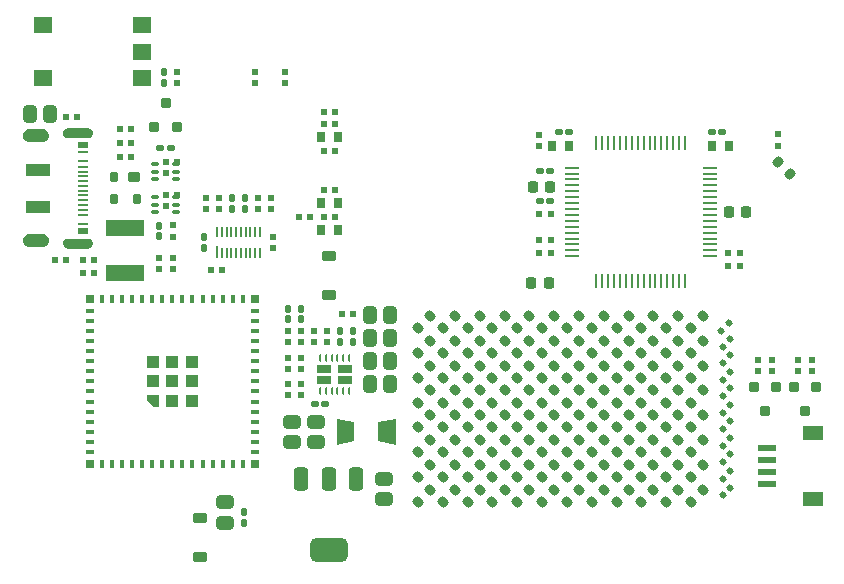
<source format=gtp>
G04*
G04 #@! TF.GenerationSoftware,Altium Limited,Altium Designer,23.8.1 (32)*
G04*
G04 Layer_Color=8421504*
%FSLAX44Y44*%
%MOMM*%
G71*
G04*
G04 #@! TF.SameCoordinates,6629C207-265C-49F2-9D33-E76E02802E5F*
G04*
G04*
G04 #@! TF.FilePolarity,Positive*
G04*
G01*
G75*
%ADD10R,1.2700X0.6350*%
%ADD11R,0.2000X1.0500*%
%ADD12R,0.2000X0.9500*%
G04:AMPARAMS|DCode=13|XSize=0.3mm|YSize=0.66mm|CornerRadius=0.075mm|HoleSize=0mm|Usage=FLASHONLY|Rotation=270.000|XOffset=0mm|YOffset=0mm|HoleType=Round|Shape=RoundedRectangle|*
%AMROUNDEDRECTD13*
21,1,0.3000,0.5100,0,0,270.0*
21,1,0.1500,0.6600,0,0,270.0*
1,1,0.1500,-0.2550,-0.0750*
1,1,0.1500,-0.2550,0.0750*
1,1,0.1500,0.2550,0.0750*
1,1,0.1500,0.2550,-0.0750*
%
%ADD13ROUNDEDRECTD13*%
G04:AMPARAMS|DCode=14|XSize=1.6mm|YSize=1.4001mm|CornerRadius=0.105mm|HoleSize=0mm|Usage=FLASHONLY|Rotation=180.000|XOffset=0mm|YOffset=0mm|HoleType=Round|Shape=RoundedRectangle|*
%AMROUNDEDRECTD14*
21,1,1.6000,1.1900,0,0,180.0*
21,1,1.3899,1.4001,0,0,180.0*
1,1,0.2100,-0.6950,0.5950*
1,1,0.2100,0.6950,0.5950*
1,1,0.2100,0.6950,-0.5950*
1,1,0.2100,-0.6950,-0.5950*
%
%ADD14ROUNDEDRECTD14*%
G04:AMPARAMS|DCode=15|XSize=0.8mm|YSize=0.9mm|CornerRadius=0.1mm|HoleSize=0mm|Usage=FLASHONLY|Rotation=180.000|XOffset=0mm|YOffset=0mm|HoleType=Round|Shape=RoundedRectangle|*
%AMROUNDEDRECTD15*
21,1,0.8000,0.7000,0,0,180.0*
21,1,0.6000,0.9000,0,0,180.0*
1,1,0.2000,-0.3000,0.3500*
1,1,0.2000,0.3000,0.3500*
1,1,0.2000,0.3000,-0.3500*
1,1,0.2000,-0.3000,-0.3500*
%
%ADD15ROUNDEDRECTD15*%
G04:AMPARAMS|DCode=16|XSize=3.2mm|YSize=2mm|CornerRadius=0.5mm|HoleSize=0mm|Usage=FLASHONLY|Rotation=0.000|XOffset=0mm|YOffset=0mm|HoleType=Round|Shape=RoundedRectangle|*
%AMROUNDEDRECTD16*
21,1,3.2000,1.0000,0,0,0.0*
21,1,2.2000,2.0000,0,0,0.0*
1,1,1.0000,1.1000,-0.5000*
1,1,1.0000,-1.1000,-0.5000*
1,1,1.0000,-1.1000,0.5000*
1,1,1.0000,1.1000,0.5000*
%
%ADD16ROUNDEDRECTD16*%
G04:AMPARAMS|DCode=17|XSize=1.2mm|YSize=2mm|CornerRadius=0.3mm|HoleSize=0mm|Usage=FLASHONLY|Rotation=0.000|XOffset=0mm|YOffset=0mm|HoleType=Round|Shape=RoundedRectangle|*
%AMROUNDEDRECTD17*
21,1,1.2000,1.4000,0,0,0.0*
21,1,0.6000,2.0000,0,0,0.0*
1,1,0.6000,0.3000,-0.7000*
1,1,0.6000,-0.3000,-0.7000*
1,1,0.6000,-0.3000,0.7000*
1,1,0.6000,0.3000,0.7000*
%
%ADD17ROUNDEDRECTD17*%
G04:AMPARAMS|DCode=18|XSize=0.91mm|YSize=0.61mm|CornerRadius=0.1495mm|HoleSize=0mm|Usage=FLASHONLY|Rotation=270.000|XOffset=0mm|YOffset=0mm|HoleType=Round|Shape=RoundedRectangle|*
%AMROUNDEDRECTD18*
21,1,0.9100,0.3111,0,0,270.0*
21,1,0.6111,0.6100,0,0,270.0*
1,1,0.2989,-0.1556,-0.3056*
1,1,0.2989,-0.1556,0.3056*
1,1,0.2989,0.1556,0.3056*
1,1,0.2989,0.1556,-0.3056*
%
%ADD18ROUNDEDRECTD18*%
G04:AMPARAMS|DCode=19|XSize=0.91mm|YSize=1.01mm|CornerRadius=0.1502mm|HoleSize=0mm|Usage=FLASHONLY|Rotation=90.000|XOffset=0mm|YOffset=0mm|HoleType=Round|Shape=RoundedRectangle|*
%AMROUNDEDRECTD19*
21,1,0.9100,0.7097,0,0,90.0*
21,1,0.6097,1.0100,0,0,90.0*
1,1,0.3003,0.3549,0.3049*
1,1,0.3003,0.3549,-0.3049*
1,1,0.3003,-0.3549,-0.3049*
1,1,0.3003,-0.3549,0.3049*
%
%ADD19ROUNDEDRECTD19*%
G04:AMPARAMS|DCode=20|XSize=0.91mm|YSize=1.22mm|CornerRadius=0.2275mm|HoleSize=0mm|Usage=FLASHONLY|Rotation=270.000|XOffset=0mm|YOffset=0mm|HoleType=Round|Shape=RoundedRectangle|*
%AMROUNDEDRECTD20*
21,1,0.9100,0.7650,0,0,270.0*
21,1,0.4550,1.2200,0,0,270.0*
1,1,0.4550,-0.3825,-0.2275*
1,1,0.4550,-0.3825,0.2275*
1,1,0.4550,0.3825,0.2275*
1,1,0.4550,0.3825,-0.2275*
%
%ADD20ROUNDEDRECTD20*%
%ADD21R,1.8000X1.2000*%
%ADD22R,1.5500X0.6000*%
G04:AMPARAMS|DCode=23|XSize=0.55mm|YSize=0.58mm|CornerRadius=0.1403mm|HoleSize=0mm|Usage=FLASHONLY|Rotation=0.000|XOffset=0mm|YOffset=0mm|HoleType=Round|Shape=RoundedRectangle|*
%AMROUNDEDRECTD23*
21,1,0.5500,0.2995,0,0,0.0*
21,1,0.2695,0.5800,0,0,0.0*
1,1,0.2805,0.1348,-0.1498*
1,1,0.2805,-0.1348,-0.1498*
1,1,0.2805,-0.1348,0.1498*
1,1,0.2805,0.1348,0.1498*
%
%ADD23ROUNDEDRECTD23*%
G04:AMPARAMS|DCode=24|XSize=0.23mm|YSize=0.6mm|CornerRadius=0.0575mm|HoleSize=0mm|Usage=FLASHONLY|Rotation=180.000|XOffset=0mm|YOffset=0mm|HoleType=Round|Shape=RoundedRectangle|*
%AMROUNDEDRECTD24*
21,1,0.2300,0.4850,0,0,180.0*
21,1,0.1150,0.6000,0,0,180.0*
1,1,0.1150,-0.0575,0.2425*
1,1,0.1150,0.0575,0.2425*
1,1,0.1150,0.0575,-0.2425*
1,1,0.1150,-0.0575,-0.2425*
%
%ADD24ROUNDEDRECTD24*%
G04:AMPARAMS|DCode=25|XSize=0.72mm|YSize=0.87mm|CornerRadius=0.18mm|HoleSize=0mm|Usage=FLASHONLY|Rotation=45.000|XOffset=0mm|YOffset=0mm|HoleType=Round|Shape=RoundedRectangle|*
%AMROUNDEDRECTD25*
21,1,0.7200,0.5100,0,0,45.0*
21,1,0.3600,0.8700,0,0,45.0*
1,1,0.3600,0.3076,-0.0530*
1,1,0.3600,0.0530,-0.3076*
1,1,0.3600,-0.3076,0.0530*
1,1,0.3600,-0.0530,0.3076*
%
%ADD25ROUNDEDRECTD25*%
G04:AMPARAMS|DCode=26|XSize=0.75mm|YSize=0.87mm|CornerRadius=0.1913mm|HoleSize=0mm|Usage=FLASHONLY|Rotation=180.000|XOffset=0mm|YOffset=0mm|HoleType=Round|Shape=RoundedRectangle|*
%AMROUNDEDRECTD26*
21,1,0.7500,0.4875,0,0,180.0*
21,1,0.3675,0.8700,0,0,180.0*
1,1,0.3825,-0.1838,0.2438*
1,1,0.3825,0.1838,0.2438*
1,1,0.3825,0.1838,-0.2438*
1,1,0.3825,-0.1838,-0.2438*
%
%ADD26ROUNDEDRECTD26*%
%ADD27R,1.0040X1.0040*%
%ADD28R,0.6693X0.6693*%
%ADD29R,0.7586X0.3586*%
%ADD30R,0.3586X0.7586*%
%ADD31R,0.8500X0.2000*%
%ADD32R,0.8500X0.5700*%
%ADD33R,0.8500X0.2500*%
%ADD34R,2.0000X1.1100*%
G04:AMPARAMS|DCode=35|XSize=0.25mm|YSize=1.25mm|CornerRadius=0.0625mm|HoleSize=0mm|Usage=FLASHONLY|Rotation=0.000|XOffset=0mm|YOffset=0mm|HoleType=Round|Shape=RoundedRectangle|*
%AMROUNDEDRECTD35*
21,1,0.2500,1.1250,0,0,0.0*
21,1,0.1250,1.2500,0,0,0.0*
1,1,0.1250,0.0625,-0.5625*
1,1,0.1250,-0.0625,-0.5625*
1,1,0.1250,-0.0625,0.5625*
1,1,0.1250,0.0625,0.5625*
%
%ADD35ROUNDEDRECTD35*%
G04:AMPARAMS|DCode=36|XSize=0.25mm|YSize=1.25mm|CornerRadius=0.0625mm|HoleSize=0mm|Usage=FLASHONLY|Rotation=90.000|XOffset=0mm|YOffset=0mm|HoleType=Round|Shape=RoundedRectangle|*
%AMROUNDEDRECTD36*
21,1,0.2500,1.1250,0,0,90.0*
21,1,0.1250,1.2500,0,0,90.0*
1,1,0.1250,0.5625,0.0625*
1,1,0.1250,0.5625,-0.0625*
1,1,0.1250,-0.5625,-0.0625*
1,1,0.1250,-0.5625,0.0625*
%
%ADD36ROUNDEDRECTD36*%
G04:AMPARAMS|DCode=37|XSize=1.11mm|YSize=1.47mm|CornerRadius=0.2498mm|HoleSize=0mm|Usage=FLASHONLY|Rotation=90.000|XOffset=0mm|YOffset=0mm|HoleType=Round|Shape=RoundedRectangle|*
%AMROUNDEDRECTD37*
21,1,1.1100,0.9705,0,0,90.0*
21,1,0.6105,1.4700,0,0,90.0*
1,1,0.4995,0.4853,0.3053*
1,1,0.4995,0.4853,-0.3053*
1,1,0.4995,-0.4853,-0.3053*
1,1,0.4995,-0.4853,0.3053*
%
%ADD37ROUNDEDRECTD37*%
G04:AMPARAMS|DCode=38|XSize=0.87mm|YSize=0.97mm|CornerRadius=0.2218mm|HoleSize=0mm|Usage=FLASHONLY|Rotation=180.000|XOffset=0mm|YOffset=0mm|HoleType=Round|Shape=RoundedRectangle|*
%AMROUNDEDRECTD38*
21,1,0.8700,0.5263,0,0,180.0*
21,1,0.4263,0.9700,0,0,180.0*
1,1,0.4437,-0.2132,0.2632*
1,1,0.4437,0.2132,0.2632*
1,1,0.4437,0.2132,-0.2632*
1,1,0.4437,-0.2132,-0.2632*
%
%ADD38ROUNDEDRECTD38*%
G04:AMPARAMS|DCode=39|XSize=0.63mm|YSize=0.58mm|CornerRadius=0.1508mm|HoleSize=0mm|Usage=FLASHONLY|Rotation=0.000|XOffset=0mm|YOffset=0mm|HoleType=Round|Shape=RoundedRectangle|*
%AMROUNDEDRECTD39*
21,1,0.6300,0.2784,0,0,0.0*
21,1,0.3284,0.5800,0,0,0.0*
1,1,0.3016,0.1642,-0.1392*
1,1,0.3016,-0.1642,-0.1392*
1,1,0.3016,-0.1642,0.1392*
1,1,0.3016,0.1642,0.1392*
%
%ADD39ROUNDEDRECTD39*%
%ADD40R,3.3000X1.4000*%
G04:AMPARAMS|DCode=41|XSize=0.63mm|YSize=0.58mm|CornerRadius=0.1508mm|HoleSize=0mm|Usage=FLASHONLY|Rotation=90.000|XOffset=0mm|YOffset=0mm|HoleType=Round|Shape=RoundedRectangle|*
%AMROUNDEDRECTD41*
21,1,0.6300,0.2784,0,0,90.0*
21,1,0.3284,0.5800,0,0,90.0*
1,1,0.3016,0.1392,0.1642*
1,1,0.3016,0.1392,-0.1642*
1,1,0.3016,-0.1392,-0.1642*
1,1,0.3016,-0.1392,0.1642*
%
%ADD41ROUNDEDRECTD41*%
G04:AMPARAMS|DCode=42|XSize=0.55mm|YSize=0.58mm|CornerRadius=0.1403mm|HoleSize=0mm|Usage=FLASHONLY|Rotation=270.000|XOffset=0mm|YOffset=0mm|HoleType=Round|Shape=RoundedRectangle|*
%AMROUNDEDRECTD42*
21,1,0.5500,0.2995,0,0,270.0*
21,1,0.2695,0.5800,0,0,270.0*
1,1,0.2805,-0.1498,-0.1348*
1,1,0.2805,-0.1498,0.1348*
1,1,0.2805,0.1498,0.1348*
1,1,0.2805,0.1498,-0.1348*
%
%ADD42ROUNDEDRECTD42*%
G04:AMPARAMS|DCode=43|XSize=0.72mm|YSize=0.87mm|CornerRadius=0.18mm|HoleSize=0mm|Usage=FLASHONLY|Rotation=0.000|XOffset=0mm|YOffset=0mm|HoleType=Round|Shape=RoundedRectangle|*
%AMROUNDEDRECTD43*
21,1,0.7200,0.5100,0,0,0.0*
21,1,0.3600,0.8700,0,0,0.0*
1,1,0.3600,0.1800,-0.2550*
1,1,0.3600,-0.1800,-0.2550*
1,1,0.3600,-0.1800,0.2550*
1,1,0.3600,0.1800,0.2550*
%
%ADD43ROUNDEDRECTD43*%
G04:AMPARAMS|DCode=44|XSize=1.11mm|YSize=1.47mm|CornerRadius=0.2498mm|HoleSize=0mm|Usage=FLASHONLY|Rotation=0.000|XOffset=0mm|YOffset=0mm|HoleType=Round|Shape=RoundedRectangle|*
%AMROUNDEDRECTD44*
21,1,1.1100,0.9705,0,0,0.0*
21,1,0.6105,1.4700,0,0,0.0*
1,1,0.4995,0.3053,-0.4853*
1,1,0.4995,-0.3053,-0.4853*
1,1,0.4995,-0.3053,0.4853*
1,1,0.4995,0.3053,0.4853*
%
%ADD44ROUNDEDRECTD44*%
G04:AMPARAMS|DCode=45|XSize=0.72mm|YSize=0.87mm|CornerRadius=0.18mm|HoleSize=0mm|Usage=FLASHONLY|Rotation=315.000|XOffset=0mm|YOffset=0mm|HoleType=Round|Shape=RoundedRectangle|*
%AMROUNDEDRECTD45*
21,1,0.7200,0.5100,0,0,315.0*
21,1,0.3600,0.8700,0,0,315.0*
1,1,0.3600,-0.0530,-0.3076*
1,1,0.3600,-0.3076,-0.0530*
1,1,0.3600,0.0530,0.3076*
1,1,0.3600,0.3076,0.0530*
%
%ADD45ROUNDEDRECTD45*%
G04:AMPARAMS|DCode=46|XSize=0.55mm|YSize=0.58mm|CornerRadius=0.1403mm|HoleSize=0mm|Usage=FLASHONLY|Rotation=45.000|XOffset=0mm|YOffset=0mm|HoleType=Round|Shape=RoundedRectangle|*
%AMROUNDEDRECTD46*
21,1,0.5500,0.2995,0,0,45.0*
21,1,0.2695,0.5800,0,0,45.0*
1,1,0.2805,0.2012,-0.0106*
1,1,0.2805,0.0106,-0.2012*
1,1,0.2805,-0.2012,0.0106*
1,1,0.2805,-0.0106,0.2012*
%
%ADD46ROUNDEDRECTD46*%
G36*
X110490Y490220D02*
X101600D01*
Y497840D01*
X110490D01*
Y490220D01*
D02*
G37*
G36*
X61332Y429099D02*
X62739Y427692D01*
X63500Y425855D01*
Y424860D01*
X63500D01*
X63500Y424355D01*
X63276Y423370D01*
X62839Y422459D01*
X62212Y421668D01*
X61818Y421352D01*
X40182D01*
X39788Y421668D01*
X39161Y422459D01*
X38724Y423370D01*
X38500Y424355D01*
X38500Y424860D01*
Y425855D01*
X39261Y427692D01*
X40668Y429099D01*
X42506Y429860D01*
X59495D01*
X61332Y429099D01*
D02*
G37*
G36*
X24116Y427523D02*
X25663Y425976D01*
X26500Y423954D01*
Y422860D01*
Y421766D01*
X25663Y419745D01*
X24116Y418197D01*
X22094Y417360D01*
X8906D01*
X6885Y418197D01*
X5337Y419745D01*
X4500Y421766D01*
Y422860D01*
Y423954D01*
X5337Y425976D01*
X6885Y427523D01*
X8906Y428360D01*
X22094D01*
X24116Y427523D01*
D02*
G37*
G36*
Y339123D02*
X25663Y337576D01*
X26500Y335554D01*
Y334460D01*
Y333366D01*
X25663Y331345D01*
X24116Y329798D01*
X22094Y328960D01*
X8906D01*
X6885Y329798D01*
X5337Y331345D01*
X4500Y333366D01*
Y334460D01*
Y335554D01*
X5337Y337576D01*
X6885Y339123D01*
X8906Y339960D01*
X22094D01*
X24116Y339123D01*
D02*
G37*
G36*
X61818Y335969D02*
X62212Y335652D01*
X62839Y334861D01*
X63276Y333950D01*
X63500Y332965D01*
X63500Y332460D01*
X63500Y332460D01*
Y331466D01*
X62739Y329628D01*
X61332Y328221D01*
X59495Y327460D01*
X42506D01*
X40668Y328221D01*
X39261Y329628D01*
X38500Y331466D01*
Y332460D01*
X38500Y332965D01*
X38724Y333950D01*
X39161Y334861D01*
X39788Y335652D01*
X40182Y335969D01*
X40182Y335969D01*
X61818Y335969D01*
D02*
G37*
G36*
X119463Y193537D02*
X114929D01*
X109537Y198929D01*
Y203463D01*
X119463D01*
Y193537D01*
D02*
G37*
G36*
X320083Y161482D02*
X305083Y164482D01*
Y180482D01*
X320083Y183482D01*
Y161482D01*
D02*
G37*
G36*
X285084Y180482D02*
Y164482D01*
X270083Y161482D01*
Y183482D01*
X285084Y180482D01*
D02*
G37*
D10*
X259354Y216562D02*
D03*
X259362Y225454D02*
D03*
X277142Y225447D02*
D03*
X276855Y216588D02*
D03*
D11*
X168964Y324262D02*
D03*
D12*
X172960Y323761D02*
D03*
X176956Y323757D02*
D03*
X180961Y323760D02*
D03*
X184957Y323764D02*
D03*
X188957Y323756D02*
D03*
X192959Y323762D02*
D03*
X196956Y323757D02*
D03*
X200956Y323757D02*
D03*
X204960Y323761D02*
D03*
X168965Y341757D02*
D03*
X172960Y341761D02*
D03*
X176960Y341752D02*
D03*
X180961Y341759D02*
D03*
X184957Y341756D02*
D03*
X188961Y341760D02*
D03*
X192960Y341760D02*
D03*
X196956Y341757D02*
D03*
X200960Y341752D02*
D03*
X204955Y341757D02*
D03*
D13*
X134450Y358160D02*
D03*
Y364660D02*
D03*
Y371160D02*
D03*
X116050Y358160D02*
D03*
Y364660D02*
D03*
Y371160D02*
D03*
X134450Y386160D02*
D03*
Y392660D02*
D03*
Y399160D02*
D03*
X116050Y386160D02*
D03*
X116050Y392660D02*
D03*
X116050Y399160D02*
D03*
D14*
X105499Y471531D02*
D03*
X21501D02*
D03*
X105499Y516529D02*
D03*
X21501D02*
D03*
X105499Y494030D02*
D03*
D15*
X666698Y190344D02*
D03*
X657199Y210346D02*
D03*
X676198D02*
D03*
X125250Y450661D02*
D03*
X115751Y430659D02*
D03*
X134750D02*
D03*
X642198Y210346D02*
D03*
X623199D02*
D03*
X632698Y190344D02*
D03*
D16*
X263250Y72060D02*
D03*
D17*
X240250Y132060D02*
D03*
X263250D02*
D03*
X286250D02*
D03*
D18*
X100750Y369110D02*
D03*
X81750D02*
D03*
Y388210D02*
D03*
D19*
X98750Y388210D02*
D03*
D20*
X153950Y99410D02*
D03*
Y66710D02*
D03*
X263960Y288410D02*
D03*
Y321110D02*
D03*
D21*
X673570Y171460D02*
D03*
Y115460D02*
D03*
D22*
X634820Y148460D02*
D03*
Y138460D02*
D03*
Y128460D02*
D03*
X634820Y158460D02*
D03*
D23*
X268750Y443000D02*
D03*
X259250D02*
D03*
X40748Y438530D02*
D03*
X50248D02*
D03*
X268910Y377190D02*
D03*
X259410D02*
D03*
X268910Y433070D02*
D03*
X259410D02*
D03*
X451210Y323760D02*
D03*
X441710D02*
D03*
X451210Y334760D02*
D03*
X441710D02*
D03*
X86500Y404660D02*
D03*
X96000D02*
D03*
X86500Y416599D02*
D03*
X96000D02*
D03*
X601710Y323760D02*
D03*
X611210D02*
D03*
X601710Y312760D02*
D03*
X611210D02*
D03*
X274750Y272350D02*
D03*
X284250D02*
D03*
X268910Y354330D02*
D03*
X259410D02*
D03*
X441710Y356760D02*
D03*
X451210D02*
D03*
X55500Y306660D02*
D03*
X65000D02*
D03*
X96000Y428599D02*
D03*
X86500D02*
D03*
X125250Y400660D02*
D03*
X134750D02*
D03*
X125250Y372660D02*
D03*
X134750D02*
D03*
X65000Y317660D02*
D03*
X55500D02*
D03*
X41000D02*
D03*
X31500D02*
D03*
X163500Y309660D02*
D03*
X173000D02*
D03*
X238150Y354330D02*
D03*
X247650D02*
D03*
X259410Y410210D02*
D03*
X268910D02*
D03*
D24*
X260750Y207000D02*
D03*
X255750Y235000D02*
D03*
X260750Y235000D02*
D03*
X265750D02*
D03*
X270750Y207000D02*
D03*
X265750D02*
D03*
X275750Y207000D02*
D03*
X255750Y207000D02*
D03*
X280750D02*
D03*
Y235000D02*
D03*
X275750Y235000D02*
D03*
X270750Y235000D02*
D03*
D25*
X580250Y123432D02*
D03*
X569997Y113179D02*
D03*
X338997Y260179D02*
D03*
X349250Y270432D02*
D03*
X359997Y260179D02*
D03*
X370250Y270432D02*
D03*
X380997Y260179D02*
D03*
X391250Y270432D02*
D03*
X422997Y260179D02*
D03*
X433250Y270432D02*
D03*
X401997Y260179D02*
D03*
X412250Y270432D02*
D03*
X443997Y260179D02*
D03*
X454250Y270432D02*
D03*
X464997Y260179D02*
D03*
X475250Y270432D02*
D03*
X506997Y260179D02*
D03*
X517250Y270432D02*
D03*
X548997Y260179D02*
D03*
X559250Y270432D02*
D03*
X485997Y260179D02*
D03*
X496250Y270432D02*
D03*
X527997Y260179D02*
D03*
X538250Y270432D02*
D03*
X569997Y260179D02*
D03*
X580250Y270432D02*
D03*
X338997Y239179D02*
D03*
X349250Y249432D02*
D03*
X380997Y239179D02*
D03*
X391250Y249432D02*
D03*
X422997Y239179D02*
D03*
X433250Y249432D02*
D03*
X464997Y239179D02*
D03*
X475250Y249432D02*
D03*
X359997Y239179D02*
D03*
X370250Y249432D02*
D03*
X401997Y239179D02*
D03*
X412250Y249432D02*
D03*
X443997Y239179D02*
D03*
X454250Y249432D02*
D03*
X485997Y239179D02*
D03*
X496250Y249432D02*
D03*
X506997Y239179D02*
D03*
X517250Y249432D02*
D03*
X548997Y239179D02*
D03*
X559250Y249432D02*
D03*
X338997Y218179D02*
D03*
X349250Y228432D02*
D03*
X380997Y218179D02*
D03*
X391250Y228432D02*
D03*
X422997Y218179D02*
D03*
X433250Y228432D02*
D03*
X527997Y239179D02*
D03*
X538250Y249432D02*
D03*
X569997Y239179D02*
D03*
X580250Y249432D02*
D03*
X359997Y218179D02*
D03*
X370250Y228432D02*
D03*
X401997Y218179D02*
D03*
X412250Y228432D02*
D03*
X443997Y218179D02*
D03*
X454250Y228432D02*
D03*
X464997Y218179D02*
D03*
X475250Y228432D02*
D03*
X506997Y218179D02*
D03*
X517250Y228432D02*
D03*
X548997Y218179D02*
D03*
X559250Y228432D02*
D03*
X338997Y197178D02*
D03*
X349250Y207432D02*
D03*
X380997Y197178D02*
D03*
X391250Y207432D02*
D03*
X422997Y197178D02*
D03*
X433250Y207432D02*
D03*
X485997Y218179D02*
D03*
X496250Y228432D02*
D03*
X527997Y218179D02*
D03*
X538250Y228432D02*
D03*
X569997Y218179D02*
D03*
X580250Y228432D02*
D03*
X359997Y197178D02*
D03*
X370250Y207432D02*
D03*
X401997Y197178D02*
D03*
X412250Y207432D02*
D03*
X464997Y197178D02*
D03*
X475250Y207432D02*
D03*
X506997Y197178D02*
D03*
X517250Y207432D02*
D03*
X548997Y197178D02*
D03*
X559250Y207432D02*
D03*
X338997Y176178D02*
D03*
X349250Y186432D02*
D03*
X380997Y176178D02*
D03*
X391250Y186432D02*
D03*
X422997Y176178D02*
D03*
X433250Y186432D02*
D03*
X464997Y176178D02*
D03*
X475250Y186432D02*
D03*
X485997Y197178D02*
D03*
X496250Y207432D02*
D03*
X527997Y197178D02*
D03*
X538250Y207432D02*
D03*
X569997Y197178D02*
D03*
X580250Y207432D02*
D03*
X359997Y176178D02*
D03*
X370250Y186432D02*
D03*
X401997Y176178D02*
D03*
X412250Y186432D02*
D03*
X443997Y176178D02*
D03*
X454250Y186432D02*
D03*
X443997Y197178D02*
D03*
X454250Y207432D02*
D03*
X496250Y186432D02*
D03*
X485997Y176178D02*
D03*
X517250Y186432D02*
D03*
X506997Y176178D02*
D03*
X538250Y186432D02*
D03*
X527997Y176178D02*
D03*
X559250Y186432D02*
D03*
X548997Y176178D02*
D03*
X580250Y186432D02*
D03*
X569997Y176178D02*
D03*
X349247Y165428D02*
D03*
X338994Y155175D02*
D03*
X370250Y165431D02*
D03*
X359997Y155178D02*
D03*
X391250Y165431D02*
D03*
X380997Y155178D02*
D03*
X412250Y165431D02*
D03*
X401997Y155178D02*
D03*
X433250Y165431D02*
D03*
X422997Y155178D02*
D03*
X454250Y165431D02*
D03*
X443997Y155178D02*
D03*
X475250Y165431D02*
D03*
X464997Y155178D02*
D03*
X496250Y165431D02*
D03*
X485997Y155178D02*
D03*
X517250Y165431D02*
D03*
X506997Y155178D02*
D03*
X538250Y165431D02*
D03*
X527997Y155178D02*
D03*
X559250Y165431D02*
D03*
X548997Y155178D02*
D03*
X580250Y165431D02*
D03*
X569997Y155178D02*
D03*
X349250Y144432D02*
D03*
X338997Y134178D02*
D03*
X370250Y144432D02*
D03*
X359997Y134178D02*
D03*
X391250Y144432D02*
D03*
X380997Y134178D02*
D03*
X412250Y144432D02*
D03*
X401997Y134178D02*
D03*
X433250Y144432D02*
D03*
X422997Y134178D02*
D03*
X454250Y144432D02*
D03*
X443997Y134178D02*
D03*
X475250Y144432D02*
D03*
X464997Y134178D02*
D03*
X496250Y144432D02*
D03*
X485997Y134178D02*
D03*
X517250Y144432D02*
D03*
X506997Y134178D02*
D03*
X538127Y144308D02*
D03*
X527874Y134055D02*
D03*
X559250Y144432D02*
D03*
X548997Y134178D02*
D03*
X580250Y144432D02*
D03*
X569997Y134178D02*
D03*
X349250Y123432D02*
D03*
X338997Y113179D02*
D03*
X370250Y123432D02*
D03*
X359997Y113179D02*
D03*
X391250Y123432D02*
D03*
X380997Y113179D02*
D03*
X412250Y123432D02*
D03*
X401997Y113179D02*
D03*
X433250Y123432D02*
D03*
X422997Y113179D02*
D03*
X454250Y123432D02*
D03*
X443997Y113179D02*
D03*
X475250Y123432D02*
D03*
X464997Y113179D02*
D03*
X496250Y123432D02*
D03*
X485997Y113179D02*
D03*
X517250Y123432D02*
D03*
X506997Y113179D02*
D03*
X538250Y123432D02*
D03*
X527997Y113179D02*
D03*
X559250Y123432D02*
D03*
X548997Y113179D02*
D03*
D26*
X587998Y414280D02*
D03*
X602198Y414280D02*
D03*
X466997Y414280D02*
D03*
X452798Y414280D02*
D03*
D27*
X147500Y231500D02*
D03*
Y215000D02*
D03*
Y198500D02*
D03*
X131000Y231500D02*
D03*
Y198500D02*
D03*
X114500Y231500D02*
D03*
Y215000D02*
D03*
X131000D02*
D03*
D28*
X61000Y285000D02*
D03*
X201000Y285000D02*
D03*
Y145000D02*
D03*
X61000D02*
D03*
D29*
Y155500D02*
D03*
Y164000D02*
D03*
Y172500D02*
D03*
Y181000D02*
D03*
Y189500D02*
D03*
Y198000D02*
D03*
Y206500D02*
D03*
Y215000D02*
D03*
Y223500D02*
D03*
Y232000D02*
D03*
Y240500D02*
D03*
Y249000D02*
D03*
Y257500D02*
D03*
Y266000D02*
D03*
Y274500D02*
D03*
X201000Y274500D02*
D03*
Y266000D02*
D03*
Y257500D02*
D03*
Y249000D02*
D03*
Y240500D02*
D03*
Y232000D02*
D03*
Y223500D02*
D03*
Y215000D02*
D03*
Y206500D02*
D03*
Y198000D02*
D03*
Y189500D02*
D03*
Y181000D02*
D03*
Y172500D02*
D03*
Y164000D02*
D03*
Y155500D02*
D03*
D30*
X71500Y285000D02*
D03*
X80000D02*
D03*
X88500D02*
D03*
X97000D02*
D03*
X105500D02*
D03*
X114000D02*
D03*
X122500D02*
D03*
X131000D02*
D03*
X139500D02*
D03*
X148000D02*
D03*
X156500D02*
D03*
X165000D02*
D03*
X173500D02*
D03*
X182000D02*
D03*
X190500D02*
D03*
Y145000D02*
D03*
X182000D02*
D03*
X173500D02*
D03*
X165000D02*
D03*
X156500D02*
D03*
X148000D02*
D03*
X139500D02*
D03*
X131000D02*
D03*
X122500D02*
D03*
X114000D02*
D03*
X105500D02*
D03*
X97000D02*
D03*
X88500D02*
D03*
X80000D02*
D03*
X71500D02*
D03*
D31*
X55250Y368660D02*
D03*
Y392660D02*
D03*
Y364660D02*
D03*
Y372660D02*
D03*
Y376660D02*
D03*
Y380660D02*
D03*
Y384660D02*
D03*
Y388660D02*
D03*
D32*
Y342310D02*
D03*
Y415010D02*
D03*
D33*
Y348410D02*
D03*
Y355910D02*
D03*
Y360410D02*
D03*
Y396910D02*
D03*
Y401410D02*
D03*
Y408910D02*
D03*
D34*
X17000Y394310D02*
D03*
Y363010D02*
D03*
D35*
X489997Y300280D02*
D03*
X494997D02*
D03*
X499998D02*
D03*
X504997D02*
D03*
X509998D02*
D03*
X514997D02*
D03*
X519997D02*
D03*
X524998D02*
D03*
X529997D02*
D03*
X534998D02*
D03*
X539997D02*
D03*
X544997D02*
D03*
X549998D02*
D03*
X554997D02*
D03*
X559997D02*
D03*
X564997D02*
D03*
Y416780D02*
D03*
X559997D02*
D03*
X554997D02*
D03*
X549998D02*
D03*
X544997D02*
D03*
X539997D02*
D03*
X534998D02*
D03*
X529997D02*
D03*
X524998D02*
D03*
X519997D02*
D03*
X514997D02*
D03*
X509998D02*
D03*
X504997D02*
D03*
X499998D02*
D03*
X494997D02*
D03*
X489997D02*
D03*
D36*
X585747Y321030D02*
D03*
Y326030D02*
D03*
Y331030D02*
D03*
Y336030D02*
D03*
Y341030D02*
D03*
Y346030D02*
D03*
Y351030D02*
D03*
Y356030D02*
D03*
Y361030D02*
D03*
Y366030D02*
D03*
Y371030D02*
D03*
Y376030D02*
D03*
Y381030D02*
D03*
Y386030D02*
D03*
Y391030D02*
D03*
Y396030D02*
D03*
X469248D02*
D03*
Y391030D02*
D03*
Y386030D02*
D03*
Y381030D02*
D03*
Y376030D02*
D03*
Y371030D02*
D03*
Y366030D02*
D03*
Y361030D02*
D03*
Y356030D02*
D03*
Y351030D02*
D03*
Y346030D02*
D03*
Y341030D02*
D03*
Y336030D02*
D03*
Y331030D02*
D03*
Y326030D02*
D03*
Y321030D02*
D03*
D37*
X310250Y132060D02*
D03*
Y115060D02*
D03*
X231991Y181030D02*
D03*
Y164030D02*
D03*
X252156D02*
D03*
Y181030D02*
D03*
X175900Y112560D02*
D03*
Y95560D02*
D03*
D38*
X434960Y298760D02*
D03*
X449960D02*
D03*
X616960Y358760D02*
D03*
X601960D02*
D03*
X435998Y379530D02*
D03*
X450998D02*
D03*
D39*
X129600Y412660D02*
D03*
X120900D02*
D03*
X458298Y426280D02*
D03*
X466997D02*
D03*
X442110Y367760D02*
D03*
X450810D02*
D03*
X587998Y426280D02*
D03*
X596698D02*
D03*
X442145Y393060D02*
D03*
X450845D02*
D03*
X251650Y196000D02*
D03*
X260350D02*
D03*
D40*
X91250Y307030D02*
D03*
Y345030D02*
D03*
D41*
X123660Y476790D02*
D03*
Y468090D02*
D03*
X284250Y248650D02*
D03*
Y257350D02*
D03*
X273250Y248650D02*
D03*
Y257350D02*
D03*
X240250Y276700D02*
D03*
Y268000D02*
D03*
X229250Y276700D02*
D03*
Y268000D02*
D03*
X191900Y95560D02*
D03*
Y104260D02*
D03*
X157960Y328410D02*
D03*
Y337110D02*
D03*
X192460Y370110D02*
D03*
Y361410D02*
D03*
X181460Y370110D02*
D03*
Y361410D02*
D03*
X119250Y337960D02*
D03*
Y346660D02*
D03*
D42*
X131250Y309849D02*
D03*
Y319349D02*
D03*
X215960Y337510D02*
D03*
Y328010D02*
D03*
X643844Y414655D02*
D03*
Y424156D02*
D03*
X119250Y309910D02*
D03*
Y319410D02*
D03*
X131250Y347060D02*
D03*
Y337560D02*
D03*
X229250Y248250D02*
D03*
Y257750D02*
D03*
Y234750D02*
D03*
Y225250D02*
D03*
X240250Y212750D02*
D03*
Y203250D02*
D03*
X262250Y248250D02*
D03*
Y257750D02*
D03*
X251250Y248250D02*
D03*
Y257750D02*
D03*
X226060Y467690D02*
D03*
Y477190D02*
D03*
X200660Y467690D02*
D03*
Y477190D02*
D03*
X441148Y414280D02*
D03*
Y423780D02*
D03*
X240250Y225250D02*
D03*
Y234750D02*
D03*
X229250Y212750D02*
D03*
Y203250D02*
D03*
X170460Y361010D02*
D03*
Y370510D02*
D03*
X159460Y361010D02*
D03*
Y370510D02*
D03*
X214460Y361010D02*
D03*
Y370510D02*
D03*
X203460Y361010D02*
D03*
Y370510D02*
D03*
X626698Y223595D02*
D03*
Y233095D02*
D03*
X638698Y223595D02*
D03*
Y233095D02*
D03*
X660698Y223595D02*
D03*
Y233095D02*
D03*
X672698Y223595D02*
D03*
Y233095D02*
D03*
X240250Y248250D02*
D03*
Y257750D02*
D03*
X134660Y467690D02*
D03*
Y477190D02*
D03*
X125250Y400660D02*
D03*
Y391160D02*
D03*
Y372660D02*
D03*
Y363160D02*
D03*
D43*
X271410Y421640D02*
D03*
X256910D02*
D03*
X271410Y365760D02*
D03*
X256910D02*
D03*
X271410Y342900D02*
D03*
X256910D02*
D03*
D44*
X26998Y441530D02*
D03*
X9998D02*
D03*
X298100Y212982D02*
D03*
X315100D02*
D03*
X298100Y232482D02*
D03*
X315100D02*
D03*
X297950Y251965D02*
D03*
X314950D02*
D03*
X297950Y271465D02*
D03*
X314950D02*
D03*
D45*
X654097Y390402D02*
D03*
X643844Y400656D02*
D03*
D46*
X603500Y153161D02*
D03*
X596783Y146444D02*
D03*
X603500Y167162D02*
D03*
X596783Y160444D02*
D03*
X603500Y181161D02*
D03*
X596783Y174444D02*
D03*
X603500Y195162D02*
D03*
X596783Y188444D02*
D03*
X603500Y223162D02*
D03*
X596783Y216444D02*
D03*
X603500Y237162D02*
D03*
X596783Y230444D02*
D03*
X603500Y251161D02*
D03*
X596783Y244444D02*
D03*
X603500Y209161D02*
D03*
X596783Y202444D02*
D03*
X602564Y264478D02*
D03*
X595847Y257761D02*
D03*
X603500Y125162D02*
D03*
X596783Y118444D02*
D03*
X603500Y139162D02*
D03*
X596783Y132444D02*
D03*
M02*

</source>
